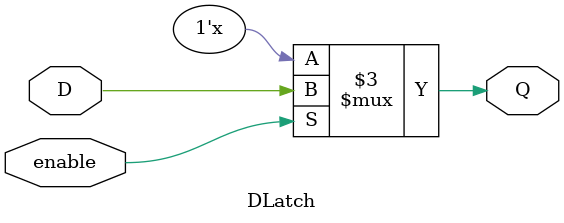
<source format=v>
module DLatch(output reg Q, input D, input enable);
/*  Level Triggered */
    always @(enable, D) begin
    /*  if latch is enabled, then set o/p   */
        if(enable)
            Q <= D;
        else
            Q <= 1'bz;
    end
endmodule

</source>
